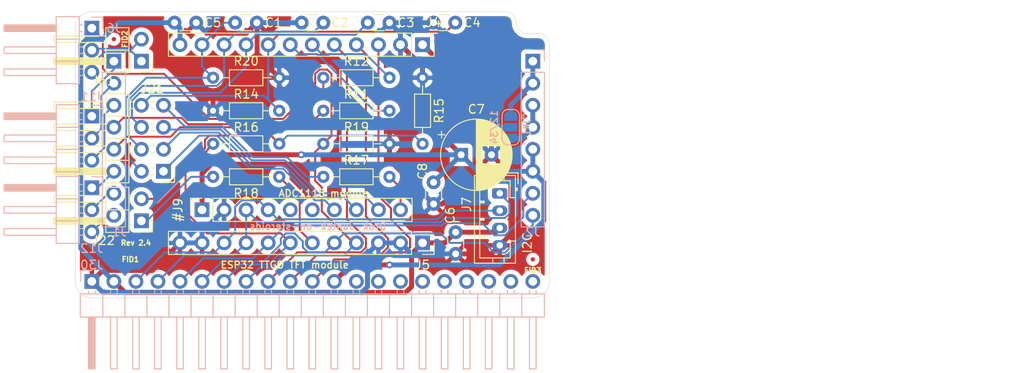
<source format=kicad_pcb>
(kicad_pcb (version 20171130) (host pcbnew "(5.1.6-0-10_14)")
  (title_block (title Drok/Juntek-on-steroids) (date 2021-08-21) (rev 2.4))
  (layers (0 F.Cu signal) (31 B.Cu signal) (34 B.Paste user) (35 F.Paste user) (36 B.SilkS user) (37 F.SilkS user) (38 B.Mask user) (39 F.Mask user) (44 Edge.Cuts user))
  (net 0 "")
  (net 1 VCC)
  (net 2 /GPIO15)
  (net 3 GNDD)
  (net 4 /GND)
  (net 5 GNDA)
  (net 6 /GPIO27)
  (net 7 /SDA)
  (net 8 /SCL)
  (net 9 /GPIO13)
  (net 10 /ADC0)
  (net 11 /ADC1)
  (net 12 /ADC2)
  (net 13 /ADC3)
  (net 14 /GPIO32)
  (net 15 /GPIO33)
  (net 16 /GPIO25)
  (net 17 /GPIO26)
  (net 18 /GPIO17)
  (net 19 /A3)
  (net 20 /A2)
  (net 21 /A1)
  (net 22 /A0)
  (net 23 /ALRT)
  (net 24 /ADDR)
  (net 25 /J1.8)
  (net 26 /J1.3)
  (net 27 /J1.2)
  (net 28 /J1.6)
  (net 29 /+3V3)
  (net 30 /GPIO2)
  (net 31 /GPIO12)
  (net 32 /J1.1)
  (net 33 /J1.5)
  (net 34 /J1.4)
  (net 35 /J6.2)
  (net 36 /J1.7)
  (net 37 /J6.3)
  (net 38 /FanPWM)
  (net 39 /NotEnable)
  (net 40 "Net-(J30-Pad21)")
  (net 41 "Net-(J30-Pad20)")
  (net 42 "Net-(J30-Pad19)")
  (net 43 "Net-(J30-Pad18)")
  (net 44 "Net-(J30-Pad17)")
  (net 45 "Net-(J30-Pad16)")
  (net 46 "Net-(J30-Pad15)")
  (net 47 "Net-(J30-Pad14)")
  (net 48 "Net-(J30-Pad13)")
  (net 49 "Net-(J21-Pad7)")
  (module Jumper:SolderJumper-3_P1.3mm_Open_RoundedPad1.0x1.5mm (layer B.Cu) (at 149.225 73.025 270)
    (fp_text reference JP1 (at 0 -1.905 90) (layer B.SilkS) (effects (font (size 0.7 0.7)) (justify mirror)))
    (fp_text value GND/D)
    (pad 2 smd rect (at 0 0 270) (size 1 1.5) (layers B.Cu B.Mask) (net 4 /GND))
    (pad 3 smd custom (at 1.3 0 270) (size 1 0.5) (layers B.Cu B.Mask) (net 3 GNDD) (options (clearance outline) (anchor rect)) (primitives (gr_circle (center 0 -0.25) (end 0.5 -0.25) (width 0)) (gr_circle (center 0 0.25) (end 0.5 0.25) (width 0)) (gr_poly (pts (xy -0.55 0.75) (xy 0 0.75) (xy 0 -0.75) (xy -0.55 -0.75)) (width 0))))
    (pad 1 smd custom (at -1.3 0 270) (size 1 0.5) (layers B.Cu B.Mask) (net 5 GNDA) (options (clearance outline) (anchor rect)) (primitives (gr_circle (center 0 -0.25) (end 0.5 -0.25) (width 0)) (gr_circle (center 0 0.25) (end 0.5 0.25) (width 0)) (gr_poly (pts (xy 0.55 0.75) (xy 0 0.75) (xy 0 -0.75) (xy 0.55 -0.75)) (width 0))))
  )
  (module Connector_PinHeader_2.54mm:PinHeader_2x04_P2.54mm_Horizontal (layer F.Cu) (at 109.22 78.105 180)
    (fp_text reference J21 (at 1.27 9.525) (layer F.SilkS))
    (fp_text value patch)
    (pad 8 thru_hole oval (at 2.54 7.62 180) (size 1.7 1.7) (drill 1) (layers *.Cu *.Mask) (net 13 /ADC3))
    (pad 7 thru_hole oval (at 0 7.62 180) (size 1.7 1.7) (drill 1) (layers *.Cu *.Mask) (net 49 "Net-(J21-Pad7)"))
    (pad 6 thru_hole oval (at 2.54 5.08 180) (size 1.7 1.7) (drill 1) (layers *.Cu *.Mask) (net 12 /ADC2))
    (pad 5 thru_hole oval (at 0 5.08 180) (size 1.7 1.7) (drill 1) (layers *.Cu *.Mask) (net 20 /A2))
    (pad 4 thru_hole oval (at 2.54 2.54 180) (size 1.7 1.7) (drill 1) (layers *.Cu *.Mask) (net 11 /ADC1))
    (pad 3 thru_hole oval (at 0 2.54 180) (size 1.7 1.7) (drill 1) (layers *.Cu *.Mask) (net 21 /A1))
    (pad 2 thru_hole oval (at 2.54 0 180) (size 1.7 1.7) (drill 1) (layers *.Cu *.Mask) (net 10 /ADC0))
    (pad 1 thru_hole rect (at 0 0 180) (size 1.7 1.7) (drill 1) (layers *.Cu *.Mask) (net 22 /A0))
  )
  (module Connector_PinHeader_2.54mm:PinHeader_1x02_P2.54mm_Horizontal (layer F.Cu) (at 106.68 65.405 180)
    (fp_text reference J61 (at 4.385 -2.27) (layer F.SilkS))
    (fp_text value patch)
    (pad 2 thru_hole oval (at 0 2.54 180) (size 1.7 1.7) (drill 1) (layers *.Cu *.Mask) (net 35 /J6.2))
    (pad 1 thru_hole rect (at 0 0 180) (size 1.7 1.7) (drill 1) (layers *.Cu *.Mask) (net 37 /J6.3))
  )
  (module Connector_PinHeader_2.54mm:PinHeader_1x02_P2.54mm_Horizontal (layer F.Cu) (at 106.68 83.82 180)
    (fp_text reference J22 (at 4.385 -2.27) (layer F.SilkS))
    (fp_text value patch)
    (pad 2 thru_hole oval (at 0 2.54 180) (size 1.7 1.7) (drill 1) (layers *.Cu *.Mask) (net 39 /NotEnable))
    (pad 1 thru_hole rect (at 0 0 180) (size 1.7 1.7) (drill 1) (layers *.Cu *.Mask) (net 38 /FanPWM))
  )
  (module Connector_PinHeader_2.54mm:PinHeader_1x03_P2.54mm_Horizontal (layer B.Cu) (at 100.965 80.01 180)
    (fp_text reference J12 (at 0 -6.985) (layer B.SilkS) (effects (justify mirror)))
    (fp_text value patch)
    (pad 3 thru_hole oval (at 0 -5.08 180) (size 1.7 1.7) (drill 1) (layers *.Cu *.Mask) (net 25 /J1.8))
    (pad 2 thru_hole oval (at 0 -2.54 180) (size 1.7 1.7) (drill 1) (layers *.Cu *.Mask) (net 36 /J1.7))
    (pad 1 thru_hole rect (at 0 0 180) (size 1.7 1.7) (drill 1) (layers *.Cu *.Mask) (net 28 /J1.6))
  )
  (module Connector_PinHeader_2.54mm:PinHeader_1x03_P2.54mm_Horizontal (layer B.Cu) (at 100.965 71.755 180)
    (fp_text reference J11 (at 0 2.27) (layer B.SilkS) (effects (justify mirror)))
    (fp_text value patch)
    (pad 3 thru_hole oval (at 0 -5.08 180) (size 1.7 1.7) (drill 1) (layers *.Cu *.Mask) (net 26 /J1.3))
    (pad 2 thru_hole oval (at 0 -2.54 180) (size 1.7 1.7) (drill 1) (layers *.Cu *.Mask) (net 27 /J1.2))
    (pad 1 thru_hole rect (at 0 0 180) (size 1.7 1.7) (drill 1) (layers *.Cu *.Mask) (net 32 /J1.1))
  )
  (module Capacitor_THT:C_Disc_D3.0mm_W1.6mm_P2.50mm (layer F.Cu) (at 142.875 87.63 90)
    (fp_text reference C6 (at 4.445 -0.635 90) (layer F.SilkS))
    (fp_text value 0.1µ)
    (pad 2 thru_hole circle (at 2.5 0 90) (size 1.6 1.6) (drill 0.8) (layers *.Cu *.Mask) (net 29 /+3V3))
    (pad 1 thru_hole circle (at 0 0 90) (size 1.6 1.6) (drill 0.8) (layers *.Cu *.Mask) (net 4 /GND))
  )
  (module Capacitor_THT:C_Disc_D3.0mm_W1.6mm_P2.50mm (layer F.Cu) (at 112.99 60.96 180)
    (fp_text reference C5 (at -1.905 0) (layer F.SilkS))
    (fp_text value 0.1µ)
    (pad 2 thru_hole circle (at 2.5 0 180) (size 1.6 1.6) (drill 0.8) (layers *.Cu *.Mask) (net 29 /+3V3))
    (pad 1 thru_hole circle (at 0 0 180) (size 1.6 1.6) (drill 0.8) (layers *.Cu *.Mask) (net 4 /GND))
  )
  (module Connector_PinHeader_2.54mm:PinHeader_1x21_P2.54mm_Horizontal (layer B.Cu) (at 100.965 90.805 270)
    (fp_text reference J30 (at -1.905 0 180) (layer B.SilkS) (effects (justify mirror)))
    (fp_text value Expansion1)
    (pad 21 thru_hole oval (at 0 -50.8 270) (size 1.7 1.7) (drill 1) (layers *.Cu *.Mask) (net 40 "Net-(J30-Pad21)"))
    (pad 20 thru_hole oval (at 0 -48.26 270) (size 1.7 1.7) (drill 1) (layers *.Cu *.Mask) (net 41 "Net-(J30-Pad20)"))
    (pad 19 thru_hole oval (at 0 -45.72 270) (size 1.7 1.7) (drill 1) (layers *.Cu *.Mask) (net 42 "Net-(J30-Pad19)"))
    (pad 18 thru_hole oval (at 0 -43.18 270) (size 1.7 1.7) (drill 1) (layers *.Cu *.Mask) (net 43 "Net-(J30-Pad18)"))
    (pad 17 thru_hole oval (at 0 -40.64 270) (size 1.7 1.7) (drill 1) (layers *.Cu *.Mask) (net 44 "Net-(J30-Pad17)"))
    (pad 16 thru_hole oval (at 0 -38.1 270) (size 1.7 1.7) (drill 1) (layers *.Cu *.Mask) (net 45 "Net-(J30-Pad16)"))
    (pad 15 thru_hole oval (at 0 -35.56 270) (size 1.7 1.7) (drill 1) (layers *.Cu *.Mask) (net 46 "Net-(J30-Pad15)"))
    (pad 14 thru_hole oval (at 0 -33.02 270) (size 1.7 1.7) (drill 1) (layers *.Cu *.Mask) (net 47 "Net-(J30-Pad14)"))
    (pad 13 thru_hole oval (at 0 -30.48 270) (size 1.7 1.7) (drill 1) (layers *.Cu *.Mask) (net 48 "Net-(J30-Pad13)"))
    (pad 12 thru_hole oval (at 0 -27.94 270) (size 1.7 1.7) (drill 1) (layers *.Cu *.Mask) (net 1 VCC))
    (pad 11 thru_hole oval (at 0 -25.4 270) (size 1.7 1.7) (drill 1) (layers *.Cu *.Mask) (net 6 /GPIO27))
    (pad 10 thru_hole oval (at 0 -22.86 270) (size 1.7 1.7) (drill 1) (layers *.Cu *.Mask) (net 17 /GPIO26))
    (pad 9 thru_hole oval (at 0 -20.32 270) (size 1.7 1.7) (drill 1) (layers *.Cu *.Mask) (net 16 /GPIO25))
    (pad 8 thru_hole oval (at 0 -17.78 270) (size 1.7 1.7) (drill 1) (layers *.Cu *.Mask) (net 31 /GPIO12))
    (pad 7 thru_hole oval (at 0 -15.24 270) (size 1.7 1.7) (drill 1) (layers *.Cu *.Mask) (net 30 /GPIO2))
    (pad 6 thru_hole oval (at 0 -12.7 270) (size 1.7 1.7) (drill 1) (layers *.Cu *.Mask) (net 9 /GPIO13))
    (pad 5 thru_hole oval (at 0 -10.16 270) (size 1.7 1.7) (drill 1) (layers *.Cu *.Mask) (net 18 /GPIO17))
    (pad 4 thru_hole oval (at 0 -7.62 270) (size 1.7 1.7) (drill 1) (layers *.Cu *.Mask) (net 8 /SCL))
    (pad 3 thru_hole oval (at 0 -5.08 270) (size 1.7 1.7) (drill 1) (layers *.Cu *.Mask) (net 7 /SDA))
    (pad 2 thru_hole oval (at 0 -2.54 270) (size 1.7 1.7) (drill 1) (layers *.Cu *.Mask) (net 29 /+3V3))
    (pad 1 thru_hole rect (at 0 0 270) (size 1.7 1.7) (drill 1) (layers *.Cu *.Mask) (net 4 /GND))
  )
  (module Resistor_THT:R_Axial_DIN0204_L3.6mm_D1.6mm_P7.62mm_Horizontal (layer F.Cu) (at 114.935 67.31)
    (fp_text reference R20 (at 3.81 -1.92) (layer F.SilkS))
    (fp_text value 100k/none)
    (pad 2 thru_hole oval (at 7.62 0) (size 1.4 1.4) (drill 0.7) (layers *.Cu *.Mask) (net 4 /GND))
    (pad 1 thru_hole circle (at 0 0) (size 1.4 1.4) (drill 0.7) (layers *.Cu *.Mask) (net 10 /ADC0))
  )
  (module Resistor_THT:R_Axial_DIN0204_L3.6mm_D1.6mm_P7.62mm_Horizontal (layer F.Cu) (at 127.635 74.93)
    (fp_text reference R19 (at 3.81 -1.92) (layer F.SilkS))
    (fp_text value 10k/none)
    (pad 2 thru_hole oval (at 7.62 0) (size 1.4 1.4) (drill 0.7) (layers *.Cu *.Mask) (net 4 /GND))
    (pad 1 thru_hole circle (at 0 0) (size 1.4 1.4) (drill 0.7) (layers *.Cu *.Mask) (net 31 /GPIO12))
  )
  (module Resistor_THT:R_Axial_DIN0204_L3.6mm_D1.6mm_P7.62mm_Horizontal (layer F.Cu) (at 114.935 78.74)
    (fp_text reference R18 (at 3.81 1.905) (layer F.SilkS))
    (fp_text value 1k/zero)
    (pad 2 thru_hole oval (at 7.62 0) (size 1.4 1.4) (drill 0.7) (layers *.Cu *.Mask) (net 2 /GPIO15))
    (pad 1 thru_hole circle (at 0 0) (size 1.4 1.4) (drill 0.7) (layers *.Cu *.Mask) (net 38 /FanPWM))
  )
  (module Resistor_THT:R_Axial_DIN0204_L3.6mm_D1.6mm_P7.62mm_Horizontal (layer F.Cu) (at 127.635 78.74)
    (fp_text reference R17 (at 3.81 -1.92) (layer F.SilkS))
    (fp_text value 1k/zero)
    (pad 2 thru_hole oval (at 7.62 0) (size 1.4 1.4) (drill 0.7) (layers *.Cu *.Mask) (net 19 /A3))
    (pad 1 thru_hole circle (at 0 0) (size 1.4 1.4) (drill 0.7) (layers *.Cu *.Mask) (net 49 "Net-(J21-Pad7)"))
  )
  (module Resistor_THT:R_Axial_DIN0204_L3.6mm_D1.6mm_P7.62mm_Horizontal (layer F.Cu) (at 122.555 74.93 180)
    (fp_text reference R16 (at 3.81 1.905) (layer F.SilkS))
    (fp_text value 1k/zero)
    (pad 2 thru_hole oval (at 7.62 0 180) (size 1.4 1.4) (drill 0.7) (layers *.Cu *.Mask) (net 30 /GPIO2))
    (pad 1 thru_hole circle (at 0 0 180) (size 1.4 1.4) (drill 0.7) (layers *.Cu *.Mask) (net 39 /NotEnable))
  )
  (module Resistor_THT:R_Axial_DIN0204_L3.6mm_D1.6mm_P7.62mm_Horizontal (layer F.Cu) (at 139.065 74.93 90)
    (fp_text reference R15 (at 3.81 1.905 90) (layer F.SilkS))
    (fp_text value 2k2/none)
    (pad 2 thru_hole oval (at 7.62 0 90) (size 1.4 1.4) (drill 0.7) (layers *.Cu *.Mask) (net 4 /GND))
    (pad 1 thru_hole circle (at 0 0 90) (size 1.4 1.4) (drill 0.7) (layers *.Cu *.Mask) (net 39 /NotEnable))
  )
  (module Resistor_THT:R_Axial_DIN0204_L3.6mm_D1.6mm_P7.62mm_Horizontal (layer F.Cu) (at 135.255 67.31 180)
    (fp_text reference R12 (at 3.81 1.905) (layer F.SilkS))
    (fp_text value 68k/zero)
    (pad 2 thru_hole oval (at 7.62 0 180) (size 1.4 1.4) (drill 0.7) (layers *.Cu *.Mask) (net 34 /J1.4))
    (pad 1 thru_hole circle (at 0 0 180) (size 1.4 1.4) (drill 0.7) (layers *.Cu *.Mask) (net 15 /GPIO33))
  )
  (module Resistor_THT:R_Axial_DIN0204_L3.6mm_D1.6mm_P7.62mm_Horizontal (layer F.Cu) (at 135.255 71.12 180)
    (fp_text reference R11 (at 3.81 1.905) (layer F.SilkS))
    (fp_text value 68k/zero)
    (pad 2 thru_hole oval (at 7.62 0 180) (size 1.4 1.4) (drill 0.7) (layers *.Cu *.Mask) (net 33 /J1.5))
    (pad 1 thru_hole circle (at 0 0 180) (size 1.4 1.4) (drill 0.7) (layers *.Cu *.Mask) (net 14 /GPIO32))
  )
  (module Capacitor_THT:C_Disc_D3.0mm_W1.6mm_P2.50mm (layer F.Cu) (at 132.755 60.96)
    (fp_text reference C3 (at 4.405 0) (layer F.SilkS))
    (fp_text value 0.1µ)
    (pad 2 thru_hole circle (at 2.5 0) (size 1.6 1.6) (drill 0.8) (layers *.Cu *.Mask) (net 4 /GND))
    (pad 1 thru_hole circle (at 0 0) (size 1.6 1.6) (drill 0.8) (layers *.Cu *.Mask) (net 12 /ADC2))
  )
  (module Capacitor_THT:C_Disc_D3.0mm_W1.6mm_P2.50mm (layer F.Cu) (at 127.635 60.96 180)
    (fp_text reference C2 (at -1.905 0) (layer F.SilkS))
    (fp_text value 0.1µ)
    (pad 2 thru_hole circle (at 2.5 0 180) (size 1.6 1.6) (drill 0.8) (layers *.Cu *.Mask) (net 4 /GND))
    (pad 1 thru_hole circle (at 0 0 180) (size 1.6 1.6) (drill 0.8) (layers *.Cu *.Mask) (net 11 /ADC1))
  )
  (module Capacitor_THT:C_Disc_D3.0mm_W1.6mm_P2.50mm (layer F.Cu) (at 117.475 60.96)
    (fp_text reference C1 (at 4.445 0) (layer F.SilkS))
    (fp_text value 0.1µ)
    (pad 2 thru_hole circle (at 2.5 0) (size 1.6 1.6) (drill 0.8) (layers *.Cu *.Mask) (net 4 /GND))
    (pad 1 thru_hole circle (at 0 0) (size 1.6 1.6) (drill 0.8) (layers *.Cu *.Mask) (net 10 /ADC0))
  )
  (module Connector_PinSocket_2.54mm:PinSocket_1x10_P2.54mm_Vertical (layer F.Cu) (at 113.665 82.55 90)
    (fp_text reference "#J9" (at 0 -2.77 90) (layer F.SilkS))
    (fp_text value ADS1115)
    (pad 10 thru_hole oval (at 0 22.86 90) (size 1.7 1.7) (drill 1) (layers *.Cu *.Mask) (net 19 /A3))
    (pad 9 thru_hole oval (at 0 20.32 90) (size 1.7 1.7) (drill 1) (layers *.Cu *.Mask) (net 20 /A2))
    (pad 8 thru_hole oval (at 0 17.78 90) (size 1.7 1.7) (drill 1) (layers *.Cu *.Mask) (net 21 /A1))
    (pad 7 thru_hole oval (at 0 15.24 90) (size 1.7 1.7) (drill 1) (layers *.Cu *.Mask) (net 22 /A0))
    (pad 6 thru_hole oval (at 0 12.7 90) (size 1.7 1.7) (drill 1) (layers *.Cu *.Mask) (net 23 /ALRT))
    (pad 5 thru_hole oval (at 0 10.16 90) (size 1.7 1.7) (drill 1) (layers *.Cu *.Mask) (net 24 /ADDR))
    (pad 4 thru_hole oval (at 0 7.62 90) (size 1.7 1.7) (drill 1) (layers *.Cu *.Mask) (net 7 /SDA))
    (pad 3 thru_hole oval (at 0 5.08 90) (size 1.7 1.7) (drill 1) (layers *.Cu *.Mask) (net 8 /SCL))
    (pad 2 thru_hole oval (at 0 2.54 90) (size 1.7 1.7) (drill 1) (layers *.Cu *.Mask) (net 4 /GND))
    (pad 1 thru_hole rect (at 0 0 90) (size 1.7 1.7) (drill 1) (layers *.Cu *.Mask) (net 1 VCC))
  )
  (module Resistor_THT:R_Axial_DIN0204_L3.6mm_D1.6mm_P7.62mm_Horizontal (layer F.Cu) (at 114.935 71.12)
    (fp_text reference R14 (at 3.81 -1.92) (layer F.SilkS))
    (fp_text value 1k/none)
    (pad 2 thru_hole oval (at 7.62 0) (size 1.4 1.4) (drill 0.7) (layers *.Cu *.Mask) (net 13 /ADC3))
    (pad 1 thru_hole circle (at 0 0) (size 1.4 1.4) (drill 0.7) (layers *.Cu *.Mask) (net 4 /GND))
  )
  (module Connector_PinHeader_2.54mm:PinHeader_1x03_P2.54mm_Horizontal (layer B.Cu) (at 100.965 61.595 180)
    (fp_text reference J6 (at -2.54 0 180) (layer B.SilkS) (effects (justify mirror)))
    (fp_text value feedback)
    (pad 3 thru_hole oval (at 0 -5.08 180) (size 1.7 1.7) (drill 1) (layers *.Cu *.Mask) (net 37 /J6.3))
    (pad 2 thru_hole oval (at 0 -2.54 180) (size 1.7 1.7) (drill 1) (layers *.Cu *.Mask) (net 35 /J6.2))
    (pad 1 thru_hole rect (at 0 0 180) (size 1.7 1.7) (drill 1) (layers *.Cu *.Mask) (net 31 /GPIO12))
  )
  (module Capacitor_THT:C_Disc_D3.0mm_W1.6mm_P2.50mm (layer F.Cu) (at 140.335 79.375 270)
    (fp_text reference C8 (at -1.27 1.27 90) (layer F.SilkS))
    (fp_text value 0.1µ)
    (pad 2 thru_hole circle (at 2.5 0 270) (size 1.6 1.6) (drill 0.8) (layers *.Cu *.Mask) (net 4 /GND))
    (pad 1 thru_hole circle (at 0 0 270) (size 1.6 1.6) (drill 0.8) (layers *.Cu *.Mask) (net 1 VCC))
  )
  (module Connector_JST:JST_PH_B4B-PH-K_1x04_P2.00mm_Vertical (layer F.Cu) (at 147.955 80.645 270)
    (fp_text reference J7 (at 1.27 3.81 90) (layer F.SilkS))
    (fp_text value I2C)
    (pad 4 thru_hole oval (at 6 0 270) (size 1.2 1.75) (drill 0.75) (layers *.Cu *.Mask) (net 4 /GND))
    (pad 3 thru_hole oval (at 4 0 270) (size 1.2 1.75) (drill 0.75) (layers *.Cu *.Mask) (net 29 /+3V3))
    (pad 2 thru_hole oval (at 2 0 270) (size 1.2 1.75) (drill 0.75) (layers *.Cu *.Mask) (net 7 /SDA))
    (pad 1 thru_hole roundrect (at 0 0 270) (size 1.2 1.75) (drill 0.75) (layers *.Cu *.Mask) (roundrect_rratio 0.208333) (net 8 /SCL))
  )
  (module Capacitor_THT:C_Disc_D3.0mm_W1.6mm_P2.50mm (layer F.Cu) (at 142.835 60.96 180)
    (fp_text reference C4 (at -1.945 0) (layer F.SilkS))
    (fp_text value 0.1µ)
    (pad 2 thru_hole circle (at 2.5 0 180) (size 1.6 1.6) (drill 0.8) (layers *.Cu *.Mask) (net 4 /GND))
    (pad 1 thru_hole circle (at 0 0 180) (size 1.6 1.6) (drill 0.8) (layers *.Cu *.Mask) (net 13 /ADC3))
  )
  (module Capacitor_THT:CP_Radial_D8.0mm_P3.50mm (layer F.Cu) (at 143.51 76.2)
    (fp_text reference C7 (at 1.75 -5.25) (layer F.SilkS))
    (fp_text value 470µ)
    (pad 2 thru_hole circle (at 3.5 0) (size 1.6 1.6) (drill 0.8) (layers *.Cu *.Mask) (net 4 /GND))
    (pad 1 thru_hole rect (at 0 0) (size 1.6 1.6) (drill 0.8) (layers *.Cu *.Mask) (net 1 VCC))
  )
  (module Fiducial:Fiducial_0.5mm_Mask1mm (layer F.Cu) (at 151.765 88.265)
    (fp_text reference FID3 (at 0 1.27) (layer F.SilkS) (effects (font (size 0.6 0.6))))
    (fp_text value Fiducial)
    (pad "" smd circle (at 0 0) (size 0.5 0.5) (layers F.Cu F.Mask) (clearance 0.25))
  )
  (module Fiducial:Fiducial_0.5mm_Mask1mm (layer F.Cu) (at 103.505 62.865)
    (fp_text reference FID2 (at 1.27 0 270) (layer F.SilkS) (effects (font (size 0.6 0.6))))
    (fp_text value Fiducial)
    (pad "" smd circle (at 0 0) (size 0.5 0.5) (layers F.Cu F.Mask) (clearance 0.25))
  )
  (module Fiducial:Fiducial_0.5mm_Mask1mm (layer F.Cu) (at 103.505 88.265)
    (fp_text reference FID1 (at 1.905 0) (layer F.SilkS) (effects (font (size 0.6 0.6))))
    (fp_text value Fiducial)
    (pad "" smd circle (at 0 0) (size 0.5 0.5) (layers F.Cu F.Mask) (clearance 0.25))
  )
  (module Connector_PinSocket_2.54mm:PinSocket_1x12_P2.54mm_Vertical (layer F.Cu) (at 139.065 86.36 270)
    (fp_text reference J5 (at 2.54 0 180) (layer F.SilkS))
    (fp_text value ESP32-TFT)
    (pad 12 thru_hole oval (at 0 27.94 270) (size 1.7 1.7) (drill 1) (layers *.Cu *.Mask) (net 4 /GND))
    (pad 11 thru_hole oval (at 0 25.4 270) (size 1.7 1.7) (drill 1) (layers *.Cu *.Mask) (net 4 /GND))
    (pad 10 thru_hole oval (at 0 22.86 270) (size 1.7 1.7) (drill 1) (layers *.Cu *.Mask) (net 7 /SDA))
    (pad 9 thru_hole oval (at 0 20.32 270) (size 1.7 1.7) (drill 1) (layers *.Cu *.Mask) (net 8 /SCL))
    (pad 8 thru_hole oval (at 0 17.78 270) (size 1.7 1.7) (drill 1) (layers *.Cu *.Mask) (net 18 /GPIO17))
    (pad 7 thru_hole oval (at 0 15.24 270) (size 1.7 1.7) (drill 1) (layers *.Cu *.Mask) (net 30 /GPIO2))
    (pad 6 thru_hole oval (at 0 12.7 270) (size 1.7 1.7) (drill 1) (layers *.Cu *.Mask) (net 2 /GPIO15))
    (pad 5 thru_hole oval (at 0 10.16 270) (size 1.7 1.7) (drill 1) (layers *.Cu *.Mask) (net 9 /GPIO13))
    (pad 4 thru_hole oval (at 0 7.62 270) (size 1.7 1.7) (drill 1) (layers *.Cu *.Mask) (net 31 /GPIO12))
    (pad 3 thru_hole oval (at 0 5.08 270) (size 1.7 1.7) (drill 1) (layers *.Cu *.Mask) (net 4 /GND))
    (pad 2 thru_hole oval (at 0 2.54 270) (size 1.7 1.7) (drill 1) (layers *.Cu *.Mask) (net 4 /GND))
    (pad 1 thru_hole rect (at 0 0 270) (size 1.7 1.7) (drill 1) (layers *.Cu *.Mask) (net 29 /+3V3))
  )
  (module Connector_PinSocket_2.54mm:PinSocket_1x12_P2.54mm_Vertical (layer F.Cu) (at 139.065 63.5 270)
    (fp_text reference J4 (at -2.54 -1.27 180) (layer F.SilkS))
    (fp_text value ESP32-TFT)
    (pad 12 thru_hole oval (at 0 27.94 270) (size 1.7 1.7) (drill 1) (layers *.Cu *.Mask) (net 29 /+3V3))
    (pad 11 thru_hole oval (at 0 25.4 270) (size 1.7 1.7) (drill 1) (layers *.Cu *.Mask) (net 10 /ADC0))
    (pad 10 thru_hole oval (at 0 22.86 270) (size 1.7 1.7) (drill 1) (layers *.Cu *.Mask) (net 11 /ADC1))
    (pad 9 thru_hole oval (at 0 20.32 270) (size 1.7 1.7) (drill 1) (layers *.Cu *.Mask) (net 12 /ADC2))
    (pad 8 thru_hole oval (at 0 17.78 270) (size 1.7 1.7) (drill 1) (layers *.Cu *.Mask) (net 13 /ADC3))
    (pad 7 thru_hole oval (at 0 15.24 270) (size 1.7 1.7) (drill 1) (layers *.Cu *.Mask) (net 14 /GPIO32))
    (pad 6 thru_hole oval (at 0 12.7 270) (size 1.7 1.7) (drill 1) (layers *.Cu *.Mask) (net 15 /GPIO33))
    (pad 5 thru_hole oval (at 0 10.16 270) (size 1.7 1.7) (drill 1) (layers *.Cu *.Mask) (net 16 /GPIO25))
    (pad 4 thru_hole oval (at 0 7.62 270) (size 1.7 1.7) (drill 1) (layers *.Cu *.Mask) (net 17 /GPIO26))
    (pad 3 thru_hole oval (at 0 5.08 270) (size 1.7 1.7) (drill 1) (layers *.Cu *.Mask) (net 6 /GPIO27))
    (pad 2 thru_hole oval (at 0 2.54 270) (size 1.7 1.7) (drill 1) (layers *.Cu *.Mask) (net 4 /GND))
    (pad 1 thru_hole rect (at 0 0 270) (size 1.7 1.7) (drill 1) (layers *.Cu *.Mask) (net 1 VCC))
  )
  (module Connector_PinHeader_2.54mm:PinHeader_1x08_P2.54mm_Vertical (layer B.Cu) (at 151.765 65.405 180)
    (fp_text reference J2 (at 0 -19.685) (layer B.SilkS) (effects (justify mirror)))
    (fp_text value "To PSU host board")
    (pad 8 thru_hole oval (at 0 -17.78 180) (size 1.7 1.7) (drill 1) (layers *.Cu *.Mask) (net 9 /GPIO13))
    (pad 7 thru_hole oval (at 0 -15.24 180) (size 1.7 1.7) (drill 1) (layers *.Cu *.Mask) (net 18 /GPIO17))
    (pad 6 thru_hole oval (at 0 -12.7 180) (size 1.7 1.7) (drill 1) (layers *.Cu *.Mask) (net 1 VCC))
    (pad 5 thru_hole oval (at 0 -10.16 180) (size 1.7 1.7) (drill 1) (layers *.Cu *.Mask) (net 1 VCC))
    (pad 4 thru_hole oval (at 0 -7.62 180) (size 1.7 1.7) (drill 1) (layers *.Cu *.Mask) (net 3 GNDD))
    (pad 3 thru_hole oval (at 0 -5.08 180) (size 1.7 1.7) (drill 1) (layers *.Cu *.Mask) (net 3 GNDD))
    (pad 2 thru_hole oval (at 0 -2.54 180) (size 1.7 1.7) (drill 1) (layers *.Cu *.Mask) (net 5 GNDA))
    (pad 1 thru_hole rect (at 0 0 180) (size 1.7 1.7) (drill 1) (layers *.Cu *.Mask) (net 5 GNDA))
  )
  (module Connector_PinHeader_2.54mm:PinHeader_1x08_P2.54mm_Vertical (layer B.Cu) (at 103.505 65.405 180)
    (fp_text reference J1 (at -0.635 -19.685) (layer B.SilkS) (effects (justify mirror)))
    (fp_text value "To PSU host board")
    (pad 8 thru_hole oval (at 0 -17.78 180) (size 1.7 1.7) (drill 1) (layers *.Cu *.Mask) (net 25 /J1.8))
    (pad 7 thru_hole oval (at 0 -15.24 180) (size 1.7 1.7) (drill 1) (layers *.Cu *.Mask) (net 36 /J1.7))
    (pad 6 thru_hole oval (at 0 -12.7 180) (size 1.7 1.7) (drill 1) (layers *.Cu *.Mask) (net 28 /J1.6))
    (pad 5 thru_hole oval (at 0 -10.16 180) (size 1.7 1.7) (drill 1) (layers *.Cu *.Mask) (net 33 /J1.5))
    (pad 4 thru_hole oval (at 0 -7.62 180) (size 1.7 1.7) (drill 1) (layers *.Cu *.Mask) (net 34 /J1.4))
    (pad 3 thru_hole oval (at 0 -5.08 180) (size 1.7 1.7) (drill 1) (layers *.Cu *.Mask) (net 26 /J1.3))
    (pad 2 thru_hole oval (at 0 -2.54 180) (size 1.7 1.7) (drill 1) (layers *.Cu *.Mask) (net 27 /J1.2))
    (pad 1 thru_hole rect (at 0 0 180) (size 1.7 1.7) (drill 1) (layers *.Cu *.Mask) (net 32 /J1.1))
  )
  (gr_text I2C (at 151.13 86.36 90) (layer F.SilkS) (effects (font (size 1 1))))
  (gr_text 12/34 (at 147.32 73.025 90) (layer B.SilkS) (effects (font (size 0.8 0.8)) (justify mirror)))
  (gr_line (start 151.13 62.23) (end 152.4 62.23) (layer Edge.Cuts) (width 0.05))
  (gr_text "ADC1115 module" (at 127.635 80.645) (layer F.SilkS) (effects (font (size 0.8 0.8))))
  (gr_arc (start 151.13 60.96) (end 149.86 60.96) (angle -90) (layer Edge.Cuts) (width 0.05))
  (gr_arc (start 152.4 63.5) (end 153.67 63.5) (angle -90) (layer Edge.Cuts) (width 0.05))
  (gr_arc (start 148.59 60.96) (end 149.86 60.96) (angle -90) (layer Edge.Cuts) (width 0.05))
  (gr_text "ESP32 TTGO TFT module" (at 123.19 88.9) (layer F.SilkS) (effects (font (size 0.8 0.8))))
  (gr_text Drok-Juntek-on-steroids (at 127 84.455) (layer B.SilkS) (effects (font (size 0.8 0.8)) (justify mirror)))
  (gr_text "Rev 2.4" (at 106.045 86.36) (layer F.SilkS) (effects (font (size 0.6 0.6))))
  (gr_arc (start 100.965 61.595) (end 100.965 59.69) (angle -90) (layer Edge.Cuts) (width 0.05))
  (gr_arc (start 100.965 90.805) (end 99.06 90.805) (angle -90) (layer Edge.Cuts) (width 0.05))
  (gr_arc (start 151.765 90.805) (end 151.765 92.71) (angle -90) (layer Edge.Cuts) (width 0.05))
  (gr_line (start 153.67 90.805) (end 153.67 63.5) (layer Edge.Cuts) (width 0.05))
  (gr_line (start 100.965 92.71) (end 151.765 92.71) (layer Edge.Cuts) (width 0.05))
  (gr_line (start 99.06 61.595) (end 99.06 90.805) (layer Edge.Cuts) (width 0.05))
  (gr_line (start 148.59 59.69) (end 100.965 59.69) (layer Edge.Cuts) (width 0.05))
  (segment (start 151.765 75.565) (end 151.765 78.105) (width 0.57) (layer B.Cu) (net 1))
  (segment (start 145.415 78.105) (end 151.765 78.105) (width 0.57) (layer B.Cu) (net 1))
  (segment (start 143.51 76.2) (end 145.415 78.105) (width 0.57) (layer B.Cu) (net 1))
  (segment (start 143.51 76.2) (end 140.335 79.375) (width 0.57) (layer B.Cu) (net 1))
  (segment (start 143.51 76.2) (end 125.095 76.2) (width 0.57) (layer B.Cu) (net 1))
  (segment (start 125.095 76.2) (end 125.095 76.2) (width 0.57) (layer B.Cu) (net 1))
  (via (at 125.095 76.2) (size 0.8) (drill 0.4) (layers F.Cu B.Cu) (net 1))
  (segment (start 113.665 78.359798) (end 113.665 82.55) (width 0.57) (layer F.Cu) (net 1))
  (segment (start 115.824798 76.2) (end 113.665 78.359798) (width 0.57) (layer F.Cu) (net 1))
  (segment (start 125.095 76.2) (end 115.824798 76.2) (width 0.57) (layer F.Cu) (net 1))
  (segment (start 153.030001 83.792201) (end 147.922202 88.9) (width 0.57) (layer B.Cu) (net 1))
  (segment (start 153.030001 79.370001) (end 153.030001 83.792201) (width 0.57) (layer B.Cu) (net 1))
  (segment (start 151.765 78.105) (end 153.030001 79.370001) (width 0.57) (layer B.Cu) (net 1))
  (segment (start 147.922202 88.9) (end 135.255 88.9) (width 0.57) (layer B.Cu) (net 1))
  (segment (start 135.255 88.9) (end 135.255 88.9) (width 0.57) (layer B.Cu) (net 1))
  (via (at 135.255 88.9) (size 0.8) (drill 0.4) (layers F.Cu B.Cu) (net 1))
  (segment (start 130.81 88.9) (end 128.905 90.805) (width 0.57) (layer F.Cu) (net 1))
  (segment (start 135.255 88.9) (end 130.81 88.9) (width 0.57) (layer F.Cu) (net 1))
  (segment (start 139.065 63.5) (end 140.97 65.405) (width 0.57) (layer F.Cu) (net 1))
  (segment (start 140.97 73.66) (end 143.51 76.2) (width 0.57) (layer F.Cu) (net 1))
  (segment (start 140.97 65.405) (end 140.97 73.66) (width 0.57) (layer F.Cu) (net 1))
  (segment (start 124.915001 84.910001) (end 126.365 86.36) (width 0.22) (layer F.Cu) (net 2))
  (segment (start 124.915001 81.100001) (end 124.915001 84.910001) (width 0.22) (layer F.Cu) (net 2))
  (segment (start 122.555 78.74) (end 124.915001 81.100001) (width 0.22) (layer F.Cu) (net 2))
  (segment (start 150.465 74.325) (end 151.765 73.025) (width 0.57) (layer B.Cu) (net 3))
  (segment (start 149.225 74.325) (end 150.465 74.325) (width 0.57) (layer B.Cu) (net 3))
  (segment (start 151.765 73.025) (end 151.765 70.485) (width 0.57) (layer B.Cu) (net 3))
  (segment (start 147.01 73.92) (end 147.01 76.2) (width 0.57) (layer B.Cu) (net 4))
  (segment (start 147.905 73.025) (end 147.01 73.92) (width 0.57) (layer B.Cu) (net 4))
  (segment (start 149.225 73.025) (end 147.905 73.025) (width 0.57) (layer B.Cu) (net 4))
  (segment (start 136.525 62.23) (end 135.255 60.96) (width 0.57) (layer B.Cu) (net 4))
  (segment (start 136.525 63.5) (end 136.525 62.23) (width 0.57) (layer B.Cu) (net 4))
  (segment (start 135.255 60.96) (end 140.335 60.96) (width 0.57) (layer B.Cu) (net 4))
  (segment (start 125.135 60.96) (end 119.975 60.96) (width 0.57) (layer B.Cu) (net 4))
  (segment (start 120.010001 64.765001) (end 122.555 67.31) (width 0.57) (layer F.Cu) (net 4))
  (segment (start 120.010001 60.995001) (end 120.010001 64.765001) (width 0.57) (layer F.Cu) (net 4))
  (segment (start 119.975 60.96) (end 120.010001 60.995001) (width 0.57) (layer F.Cu) (net 4))
  (segment (start 111.125 86.36) (end 113.665 86.36) (width 0.57) (layer B.Cu) (net 4))
  (segment (start 113.665 85.09) (end 116.205 82.55) (width 0.57) (layer B.Cu) (net 4))
  (segment (start 113.665 86.36) (end 113.665 85.09) (width 0.57) (layer B.Cu) (net 4))
  (segment (start 133.985 86.36) (end 136.525 86.36) (width 0.57) (layer B.Cu) (net 4))
  (segment (start 137.795 87.63) (end 142.875 87.63) (width 0.57) (layer B.Cu) (net 4))
  (segment (start 136.525 86.36) (end 137.795 87.63) (width 0.57) (layer B.Cu) (net 4))
  (segment (start 146.97 87.63) (end 147.955 86.645) (width 0.57) (layer F.Cu) (net 4))
  (segment (start 142.875 87.63) (end 146.97 87.63) (width 0.57) (layer F.Cu) (net 4))
  (segment (start 149.24501 78.43501) (end 147.01 76.2) (width 0.57) (layer F.Cu) (net 4))
  (segment (start 149.24501 85.35499) (end 149.24501 78.43501) (width 0.57) (layer F.Cu) (net 4))
  (segment (start 147.955 86.645) (end 149.24501 85.35499) (width 0.57) (layer F.Cu) (net 4))
  (segment (start 114.935 69.840002) (end 120.010001 64.765001) (width 0.57) (layer F.Cu) (net 4))
  (segment (start 132.719999 87.625001) (end 133.985 86.36) (width 0.57) (layer B.Cu) (net 4))
  (segment (start 132.062199 92.070001) (end 132.719999 91.412201) (width 0.57) (layer B.Cu) (net 4))
  (segment (start 102.230001 92.070001) (end 132.062199 92.070001) (width 0.57) (layer B.Cu) (net 4))
  (segment (start 132.719999 91.412201) (end 132.719999 87.625001) (width 0.57) (layer B.Cu) (net 4))
  (segment (start 100.965 90.805) (end 102.230001 92.070001) (width 0.57) (layer B.Cu) (net 4))
  (segment (start 114.205001 62.175001) (end 112.99 60.96) (width 0.57) (layer F.Cu) (net 4))
  (segment (start 119.975 60.96) (end 118.759999 62.175001) (width 0.57) (layer F.Cu) (net 4))
  (segment (start 118.759999 62.175001) (end 114.205001 62.175001) (width 0.57) (layer F.Cu) (net 4))
  (segment (start 114.935 71.12) (end 114.935 69.840002) (width 0.57) (layer F.Cu) (net 4))
  (segment (start 141.335 81.875) (end 140.335 81.875) (width 0.57) (layer F.Cu) (net 4))
  (segment (start 147.01 76.2) (end 141.335 81.875) (width 0.57) (layer F.Cu) (net 4))
  (segment (start 107.945001 89.539999) (end 111.125 86.36) (width 0.57) (layer F.Cu) (net 4))
  (segment (start 102.230001 89.539999) (end 107.945001 89.539999) (width 0.57) (layer F.Cu) (net 4))
  (segment (start 100.965 90.805) (end 102.230001 89.539999) (width 0.57) (layer F.Cu) (net 4))
  (segment (start 135.255 76.795) (end 135.255 74.93) (width 0.57) (layer F.Cu) (net 4))
  (segment (start 140.335 81.875) (end 135.255 76.795) (width 0.57) (layer F.Cu) (net 4))
  (segment (start 139.065 66.04) (end 136.525 63.5) (width 0.57) (layer F.Cu) (net 4))
  (segment (start 139.065 67.31) (end 139.065 66.04) (width 0.57) (layer F.Cu) (net 4))
  (segment (start 126.490052 72.235001) (end 135.790201 72.235001) (width 0.57) (layer B.Cu) (net 4))
  (segment (start 122.555 68.299949) (end 126.490052 72.235001) (width 0.57) (layer B.Cu) (net 4))
  (segment (start 139.065 68.960202) (end 139.065 67.31) (width 0.57) (layer B.Cu) (net 4))
  (segment (start 135.790201 72.235001) (end 139.065 68.960202) (width 0.57) (layer B.Cu) (net 4))
  (segment (start 122.555 67.31) (end 122.555 68.299949) (width 0.57) (layer B.Cu) (net 4))
  (segment (start 144.3075 73.4975) (end 141.4425 73.4975) (width 0.57) (layer B.Cu) (net 4))
  (segment (start 141.4425 73.4975) (end 140.335 72.39) (width 0.57) (layer B.Cu) (net 4))
  (segment (start 144.3075 73.4975) (end 147.01 76.2) (width 0.57) (layer B.Cu) (net 4))
  (segment (start 139.065 71.12) (end 141.4425 73.4975) (width 0.57) (layer B.Cu) (net 4))
  (segment (start 139.065 67.31) (end 139.065 71.12) (width 0.57) (layer B.Cu) (net 4))
  (segment (start 149.225 70.485) (end 151.765 67.945) (width 0.57) (layer B.Cu) (net 5))
  (segment (start 149.225 71.725) (end 149.225 70.485) (width 0.57) (layer B.Cu) (net 5))
  (segment (start 151.765 67.945) (end 151.765 65.405) (width 0.57) (layer B.Cu) (net 5))
  (segment (start 128.905 88.265) (end 126.365 90.805) (width 0.22) (layer F.Cu) (net 6))
  (segment (start 133.35 88.265) (end 128.905 88.265) (width 0.22) (layer F.Cu) (net 6))
  (segment (start 133.985 88.265) (end 133.35 88.265) (width 0.22) (layer F.Cu) (net 6))
  (segment (start 134.18819 88.265) (end 133.35 88.265) (width 0.22) (layer F.Cu) (net 6))
  (segment (start 135.003189 87.450001) (end 134.18819 88.265) (width 0.22) (layer F.Cu) (net 6))
  (segment (start 137.615001 86.883201) (end 137.048201 87.450001) (width 0.22) (layer F.Cu) (net 6))
  (segment (start 137.048201 87.450001) (end 135.003189 87.450001) (width 0.22) (layer F.Cu) (net 6))
  (segment (start 137.615001 85.836799) (end 137.615001 86.883201) (width 0.22) (layer F.Cu) (net 6))
  (segment (start 135.434999 83.656797) (end 137.615001 85.836799) (width 0.22) (layer F.Cu) (net 6))
  (segment (start 135.434999 82.386797) (end 135.434999 83.656797) (width 0.22) (layer F.Cu) (net 6))
  (segment (start 133.985 80.936798) (end 135.434999 82.386797) (width 0.22) (layer F.Cu) (net 6))
  (segment (start 133.985 63.5) (end 133.985 80.936798) (width 0.22) (layer F.Cu) (net 6))
  (segment (start 118.221799 81.459999) (end 117.475 82.206798) (width 0.22) (layer B.Cu) (net 7))
  (segment (start 120.194999 81.459999) (end 118.221799 81.459999) (width 0.22) (layer B.Cu) (net 7))
  (segment (start 121.285 82.55) (end 120.194999 81.459999) (width 0.22) (layer B.Cu) (net 7))
  (segment (start 117.475 85.09) (end 116.205 86.36) (width 0.22) (layer B.Cu) (net 7))
  (segment (start 117.475 82.206798) (end 117.475 85.09) (width 0.22) (layer B.Cu) (net 7))
  (segment (start 109.399999 87.450001) (end 106.045 90.805) (width 0.22) (layer B.Cu) (net 7))
  (segment (start 115.114999 87.450001) (end 109.399999 87.450001) (width 0.22) (layer B.Cu) (net 7))
  (segment (start 116.205 86.36) (end 115.114999 87.450001) (width 0.22) (layer B.Cu) (net 7))
  (segment (start 122.375001 83.640001) (end 121.285 82.55) (width 0.22) (layer B.Cu) (net 7))
  (segment (start 147.955 82.645) (end 141.785002 82.645) (width 0.22) (layer B.Cu) (net 7))
  (segment (start 141.785002 82.645) (end 140.790001 83.640001) (width 0.22) (layer B.Cu) (net 7))
  (segment (start 140.790001 83.640001) (end 122.375001 83.640001) (width 0.22) (layer B.Cu) (net 7))
  (segment (start 118.745 86.36) (end 118.745 82.55) (width 0.22) (layer B.Cu) (net 8))
  (segment (start 108.585 90.805) (end 111.589989 87.800011) (width 0.22) (layer B.Cu) (net 8))
  (segment (start 117.304989 87.800011) (end 118.745 86.36) (width 0.22) (layer B.Cu) (net 8))
  (segment (start 111.589989 87.800011) (end 117.304989 87.800011) (width 0.22) (layer B.Cu) (net 8))
  (segment (start 120.185011 83.990011) (end 118.745 82.55) (width 0.22) (layer B.Cu) (net 8))
  (segment (start 141.140011 83.990011) (end 120.185011 83.990011) (width 0.22) (layer B.Cu) (net 8))
  (segment (start 141.645012 83.48501) (end 141.140011 83.990011) (width 0.22) (layer B.Cu) (net 8))
  (segment (start 148.577943 83.48501) (end 141.645012 83.48501) (width 0.22) (layer B.Cu) (net 8))
  (segment (start 149.07001 82.992943) (end 148.577943 83.48501) (width 0.22) (layer B.Cu) (net 8))
  (segment (start 149.07001 81.76001) (end 149.07001 82.992943) (width 0.22) (layer B.Cu) (net 8))
  (segment (start 147.955 80.645) (end 149.07001 81.76001) (width 0.22) (layer B.Cu) (net 8))
  (segment (start 113.665 90.805) (end 115.969969 88.500031) (width 0.22) (layer B.Cu) (net 9))
  (segment (start 125.274999 86.883201) (end 125.841799 87.450001) (width 0.22) (layer B.Cu) (net 9))
  (segment (start 125.274999 86.196797) (end 125.274999 86.883201) (width 0.22) (layer B.Cu) (net 9))
  (segment (start 123.301799 85.269999) (end 124.348201 85.269999) (width 0.22) (layer B.Cu) (net 9))
  (segment (start 122.734999 85.836799) (end 123.301799 85.269999) (width 0.22) (layer B.Cu) (net 9))
  (segment (start 125.841799 87.450001) (end 127.814999 87.450001) (width 0.22) (layer B.Cu) (net 9))
  (segment (start 122.734999 86.523203) (end 122.734999 85.836799) (width 0.22) (layer B.Cu) (net 9))
  (segment (start 127.814999 87.450001) (end 128.905 86.36) (width 0.22) (layer B.Cu) (net 9))
  (segment (start 120.758171 88.500031) (end 122.734999 86.523203) (width 0.22) (layer B.Cu) (net 9))
  (segment (start 124.348201 85.269999) (end 125.274999 86.196797) (width 0.22) (layer B.Cu) (net 9))
  (segment (start 115.969969 88.500031) (end 120.758171 88.500031) (width 0.22) (layer B.Cu) (net 9))
  (segment (start 147.332057 87.48501) (end 148.577943 87.48501) (width 0.22) (layer B.Cu) (net 9))
  (segment (start 141.149999 85.269999) (end 142.24 86.36) (width 0.22) (layer B.Cu) (net 9))
  (segment (start 151.765 84.297953) (end 151.765 83.185) (width 0.22) (layer B.Cu) (net 9))
  (segment (start 146.207047 86.36) (end 147.332057 87.48501) (width 0.22) (layer B.Cu) (net 9))
  (segment (start 148.577943 87.48501) (end 151.765 84.297953) (width 0.22) (layer B.Cu) (net 9))
  (segment (start 142.24 86.36) (end 146.207047 86.36) (width 0.22) (layer B.Cu) (net 9))
  (segment (start 129.995001 85.269999) (end 141.149999 85.269999) (width 0.22) (layer B.Cu) (net 9))
  (segment (start 128.905 86.36) (end 129.995001 85.269999) (width 0.22) (layer B.Cu) (net 9))
  (segment (start 116.205 60.96) (end 117.475 60.96) (width 0.22) (layer B.Cu) (net 10))
  (segment (start 113.665 63.5) (end 116.205 60.96) (width 0.22) (layer B.Cu) (net 10))
  (segment (start 113.665 66.04) (end 114.935 67.31) (width 0.22) (layer B.Cu) (net 10))
  (segment (start 113.665 63.5) (end 113.665 66.04) (width 0.22) (layer B.Cu) (net 10))
  (segment (start 107.251822 67.31) (end 114.935 67.31) (width 0.22) (layer B.Cu) (net 10))
  (segment (start 104.889979 69.671843) (end 107.251822 67.31) (width 0.22) (layer B.Cu) (net 10))
  (segment (start 104.889979 76.314979) (end 104.889979 69.671843) (width 0.22) (layer B.Cu) (net 10))
  (segment (start 106.68 78.105) (end 104.889979 76.314979) (width 0.22) (layer B.Cu) (net 10))
  (segment (start 126.594999 62.000001) (end 127.635 60.96) (width 0.22) (layer B.Cu) (net 11))
  (segment (start 117.704999 62.000001) (end 126.594999 62.000001) (width 0.22) (layer B.Cu) (net 11))
  (segment (start 116.205 63.5) (end 117.704999 62.000001) (width 0.22) (layer B.Cu) (net 11))
  (segment (start 116.205 67.431202) (end 116.205 63.5) (width 0.22) (layer B.Cu) (net 11))
  (segment (start 106.806809 68.250001) (end 115.386201 68.250001) (width 0.22) (layer B.Cu) (net 11))
  (segment (start 105.239989 69.816821) (end 106.806809 68.250001) (width 0.22) (layer B.Cu) (net 11))
  (segment (start 105.239989 74.124989) (end 105.239989 69.816821) (width 0.22) (layer B.Cu) (net 11))
  (segment (start 115.386201 68.250001) (end 116.205 67.431202) (width 0.22) (layer B.Cu) (net 11))
  (segment (start 106.68 75.565) (end 105.239989 74.124989) (width 0.22) (layer B.Cu) (net 11))
  (segment (start 131.364989 62.350011) (end 132.755 60.96) (width 0.22) (layer B.Cu) (net 12))
  (segment (start 119.894989 62.350011) (end 131.364989 62.350011) (width 0.22) (layer B.Cu) (net 12))
  (segment (start 118.745 63.5) (end 119.894989 62.350011) (width 0.22) (layer B.Cu) (net 12))
  (segment (start 105.589999 69.961799) (end 105.589999 71.934999) (width 0.22) (layer B.Cu) (net 12))
  (segment (start 106.506809 69.044989) (end 105.589999 69.961799) (width 0.22) (layer B.Cu) (net 12))
  (segment (start 105.589999 71.934999) (end 106.68 73.025) (width 0.22) (layer B.Cu) (net 12))
  (segment (start 115.740011 69.044989) (end 106.506809 69.044989) (width 0.22) (layer B.Cu) (net 12))
  (segment (start 118.745 66.04) (end 115.740011 69.044989) (width 0.22) (layer B.Cu) (net 12))
  (segment (start 118.745 63.5) (end 118.745 66.04) (width 0.22) (layer B.Cu) (net 12))
  (segment (start 141.794999 62.000001) (end 142.835 60.96) (width 0.22) (layer F.Cu) (net 13))
  (segment (start 122.784999 62.000001) (end 141.794999 62.000001) (width 0.22) (layer F.Cu) (net 13))
  (segment (start 121.285 63.5) (end 122.784999 62.000001) (width 0.22) (layer F.Cu) (net 13))
  (segment (start 107.770001 69.394999) (end 120.829999 69.394999) (width 0.22) (layer B.Cu) (net 13))
  (segment (start 106.68 70.485) (end 107.770001 69.394999) (width 0.22) (layer B.Cu) (net 13))
  (segment (start 121.285 63.5) (end 121.285 69.85) (width 0.22) (layer B.Cu) (net 13))
  (segment (start 121.285 69.85) (end 121.92 70.485) (width 0.22) (layer B.Cu) (net 13))
  (segment (start 121.92 70.485) (end 122.555 71.12) (width 0.22) (layer B.Cu) (net 13))
  (segment (start 120.829999 69.394999) (end 121.92 70.485) (width 0.22) (layer B.Cu) (net 13))
  (segment (start 133.490012 71.12) (end 135.255 71.12) (width 0.22) (layer B.Cu) (net 14))
  (segment (start 124.915001 64.590001) (end 126.960013 64.590001) (width 0.22) (layer B.Cu) (net 14))
  (segment (start 126.960013 64.590001) (end 133.490012 71.12) (width 0.22) (layer B.Cu) (net 14))
  (segment (start 123.825 63.5) (end 124.915001 64.590001) (width 0.22) (layer B.Cu) (net 14))
  (segment (start 132.535001 64.590001) (end 135.255 67.31) (width 0.22) (layer B.Cu) (net 15))
  (segment (start 127.455001 64.590001) (end 132.535001 64.590001) (width 0.22) (layer B.Cu) (net 15))
  (segment (start 126.365 63.5) (end 127.455001 64.590001) (width 0.22) (layer B.Cu) (net 15))
  (segment (start 132.535001 86.883201) (end 131.968201 87.450001) (width 0.22) (layer F.Cu) (net 16))
  (segment (start 132.535001 85.836799) (end 132.535001 86.883201) (width 0.22) (layer F.Cu) (net 16))
  (segment (start 130.354999 83.656797) (end 132.535001 85.836799) (width 0.22) (layer F.Cu) (net 16))
  (segment (start 130.354999 64.949999) (end 130.354999 83.656797) (width 0.22) (layer F.Cu) (net 16))
  (segment (start 128.905 63.5) (end 130.354999 64.949999) (width 0.22) (layer F.Cu) (net 16))
  (segment (start 124.639999 87.450001) (end 121.285 90.805) (width 0.22) (layer F.Cu) (net 16))
  (segment (start 131.968201 87.450001) (end 124.639999 87.450001) (width 0.22) (layer F.Cu) (net 16))
  (segment (start 132.535001 83.296799) (end 135.075001 85.836799) (width 0.22) (layer F.Cu) (net 17))
  (segment (start 135.075001 86.883201) (end 134.158191 87.800011) (width 0.22) (layer F.Cu) (net 17))
  (segment (start 135.075001 85.836799) (end 135.075001 86.883201) (width 0.22) (layer F.Cu) (net 17))
  (segment (start 132.535001 64.590001) (end 132.535001 83.296799) (width 0.22) (layer F.Cu) (net 17))
  (segment (start 131.445 63.5) (end 132.535001 64.590001) (width 0.22) (layer F.Cu) (net 17))
  (segment (start 126.829989 87.800011) (end 123.825 90.805) (width 0.22) (layer F.Cu) (net 17))
  (segment (start 134.158191 87.800011) (end 126.829989 87.800011) (width 0.22) (layer F.Cu) (net 17))
  (segment (start 119.494979 88.150021) (end 121.285 86.36) (width 0.22) (layer B.Cu) (net 18))
  (segment (start 113.779979 88.150021) (end 119.494979 88.150021) (width 0.22) (layer B.Cu) (net 18))
  (segment (start 111.125 90.805) (end 113.779979 88.150021) (width 0.22) (layer B.Cu) (net 18))
  (segment (start 150.674999 83.387954) (end 150.674999 81.735001) (width 0.22) (layer B.Cu) (net 18))
  (segment (start 148.577943 85.48501) (end 150.674999 83.387954) (width 0.22) (layer B.Cu) (net 18))
  (segment (start 147.332057 85.48501) (end 148.577943 85.48501) (width 0.22) (layer B.Cu) (net 18))
  (segment (start 145.937046 84.089999) (end 147.332057 85.48501) (width 0.22) (layer B.Cu) (net 18))
  (segment (start 141.535011 84.089999) (end 145.937046 84.089999) (width 0.22) (layer B.Cu) (net 18))
  (segment (start 141.284989 84.340021) (end 141.535011 84.089999) (width 0.22) (layer B.Cu) (net 18))
  (segment (start 123.304979 84.340021) (end 141.284989 84.340021) (width 0.22) (layer B.Cu) (net 18))
  (segment (start 150.674999 81.735001) (end 151.765 80.645) (width 0.22) (layer B.Cu) (net 18))
  (segment (start 121.285 86.36) (end 123.304979 84.340021) (width 0.22) (layer B.Cu) (net 18))
  (segment (start 136.525 80.01) (end 135.255 78.74) (width 0.22) (layer F.Cu) (net 19))
  (segment (start 136.525 82.55) (end 136.525 80.01) (width 0.22) (layer F.Cu) (net 19))
  (segment (start 132.08 80.645) (end 133.985 82.55) (width 0.22) (layer B.Cu) (net 20))
  (segment (start 127 80.645) (end 132.08 80.645) (width 0.22) (layer B.Cu) (net 20))
  (segment (start 115.834979 73.289979) (end 119.38 76.835) (width 0.22) (layer B.Cu) (net 20))
  (segment (start 109.484979 73.289979) (end 115.834979 73.289979) (width 0.22) (layer B.Cu) (net 20))
  (segment (start 109.22 73.025) (end 109.484979 73.289979) (width 0.22) (layer B.Cu) (net 20))
  (segment (start 119.38 76.835) (end 123.19 76.835) (width 0.22) (layer B.Cu) (net 20))
  (segment (start 123.19 76.835) (end 123.825 77.47) (width 0.22) (layer B.Cu) (net 20))
  (segment (start 123.825 77.47) (end 127 80.645) (width 0.22) (layer B.Cu) (net 20))
  (segment (start 123.495001 77.140001) (end 123.825 77.47) (width 0.22) (layer B.Cu) (net 20))
  (segment (start 109.22 75.565) (end 111.145011 73.639989) (width 0.22) (layer B.Cu) (net 21))
  (segment (start 130.004989 81.109989) (end 131.445 82.55) (width 0.22) (layer B.Cu) (net 21))
  (segment (start 126.829989 81.109989) (end 130.004989 81.109989) (width 0.22) (layer B.Cu) (net 21))
  (segment (start 123.17119 77.47) (end 123.151179 77.449989) (width 0.22) (layer B.Cu) (net 21))
  (segment (start 123.19 77.47) (end 123.17119 77.47) (width 0.22) (layer B.Cu) (net 21))
  (segment (start 123.19 77.47) (end 126.829989 81.109989) (width 0.22) (layer B.Cu) (net 21))
  (segment (start 119.400011 77.449989) (end 115.590011 73.639989) (width 0.22) (layer B.Cu) (net 21))
  (segment (start 123.151179 77.449989) (end 119.400011 77.449989) (width 0.22) (layer B.Cu) (net 21))
  (segment (start 111.145011 73.639989) (end 115.590011 73.639989) (width 0.22) (layer B.Cu) (net 21))
  (segment (start 113.335001 73.989999) (end 109.22 78.105) (width 0.22) (layer B.Cu) (net 22))
  (segment (start 115.386201 73.989999) (end 113.335001 73.989999) (width 0.22) (layer B.Cu) (net 22))
  (segment (start 123.006201 77.799999) (end 119.196201 77.799999) (width 0.22) (layer B.Cu) (net 22))
  (segment (start 119.196201 77.799999) (end 115.386201 73.989999) (width 0.22) (layer B.Cu) (net 22))
  (segment (start 126.666201 81.459999) (end 123.006201 77.799999) (width 0.22) (layer B.Cu) (net 22))
  (segment (start 127.814999 81.459999) (end 126.666201 81.459999) (width 0.22) (layer B.Cu) (net 22))
  (segment (start 128.905 82.55) (end 127.814999 81.459999) (width 0.22) (layer B.Cu) (net 22))
  (segment (start 102.87 83.185) (end 103.505 83.185) (width 0.22) (layer B.Cu) (net 25))
  (segment (start 100.965 85.09) (end 102.87 83.185) (width 0.22) (layer B.Cu) (net 25))
  (segment (start 102.414999 75.385001) (end 102.414999 71.575001) (width 0.22) (layer B.Cu) (net 26))
  (segment (start 102.414999 71.575001) (end 103.505 70.485) (width 0.22) (layer B.Cu) (net 26))
  (segment (start 100.965 76.835) (end 102.414999 75.385001) (width 0.22) (layer B.Cu) (net 26))
  (segment (start 102.055001 69.394999) (end 103.505 67.945) (width 0.22) (layer B.Cu) (net 27))
  (segment (start 102.055001 73.204999) (end 102.055001 69.394999) (width 0.22) (layer B.Cu) (net 27))
  (segment (start 100.965 74.295) (end 102.055001 73.204999) (width 0.22) (layer B.Cu) (net 27))
  (segment (start 101.6 80.01) (end 103.505 78.105) (width 0.22) (layer B.Cu) (net 28))
  (segment (start 100.965 80.01) (end 101.6 80.01) (width 0.22) (layer B.Cu) (net 28))
  (segment (start 111.125 61.595) (end 110.49 60.96) (width 0.57) (layer B.Cu) (net 29))
  (segment (start 111.125 63.5) (end 111.125 61.595) (width 0.57) (layer B.Cu) (net 29))
  (segment (start 99.699999 86.999999) (end 103.505 90.805) (width 0.57) (layer B.Cu) (net 29))
  (segment (start 99.699999 63.527799) (end 99.699999 86.999999) (width 0.57) (layer B.Cu) (net 29))
  (segment (start 102.137003 62.869999) (end 100.357799 62.869999) (width 0.57) (layer B.Cu) (net 29))
  (segment (start 104.047002 60.96) (end 102.137003 62.869999) (width 0.57) (layer B.Cu) (net 29))
  (segment (start 100.357799 62.869999) (end 99.699999 63.527799) (width 0.57) (layer B.Cu) (net 29))
  (segment (start 110.49 60.96) (end 104.047002 60.96) (width 0.57) (layer B.Cu) (net 29))
  (segment (start 137.799999 91.402203) (end 137.799999 87.625001) (width 0.57) (layer F.Cu) (net 29))
  (segment (start 137.132201 92.070001) (end 137.799999 91.402203) (width 0.57) (layer F.Cu) (net 29))
  (segment (start 104.770001 92.070001) (end 137.132201 92.070001) (width 0.57) (layer F.Cu) (net 29))
  (segment (start 137.799999 87.625001) (end 139.065 86.36) (width 0.57) (layer F.Cu) (net 29))
  (segment (start 103.505 90.805) (end 104.770001 92.070001) (width 0.57) (layer F.Cu) (net 29))
  (segment (start 141.645 86.36) (end 142.875 85.13) (width 0.57) (layer F.Cu) (net 29))
  (segment (start 139.065 86.36) (end 141.645 86.36) (width 0.57) (layer F.Cu) (net 29))
  (segment (start 147.47 85.13) (end 147.955 84.645) (width 0.57) (layer F.Cu) (net 29))
  (segment (start 142.875 85.13) (end 147.47 85.13) (width 0.57) (layer F.Cu) (net 29))
  (segment (start 118.159961 88.850039) (end 121.334961 88.850039) (width 0.22) (layer B.Cu) (net 30))
  (segment (start 121.334961 88.850039) (end 123.825 86.36) (width 0.22) (layer B.Cu) (net 30))
  (segment (start 116.205 90.805) (end 118.159961 88.850039) (width 0.22) (layer B.Cu) (net 30))
  (segment (start 114.935 74.93) (end 114.345009 75.519991) (width 0.22) (layer F.Cu) (net 30))
  (segment (start 114.345009 75.606981) (end 111.76 78.19199) (width 0.22) (layer F.Cu) (net 30))
  (segment (start 114.345009 75.519991) (end 114.345009 75.606981) (width 0.22) (layer F.Cu) (net 30))
  (segment (start 122.734999 85.269999) (end 123.825 86.36) (width 0.22) (layer F.Cu) (net 30))
  (segment (start 114.252997 85.269999) (end 122.734999 85.269999) (width 0.22) (layer F.Cu) (net 30))
  (segment (start 111.76 82.777002) (end 114.252997 85.269999) (width 0.22) (layer F.Cu) (net 30))
  (segment (start 111.76 78.19199) (end 111.76 82.777002) (width 0.22) (layer F.Cu) (net 30))
  (segment (start 118.745 90.805) (end 120.349951 89.200049) (width 0.22) (layer B.Cu) (net 31))
  (segment (start 120.349951 89.200049) (end 121.619951 89.200049) (width 0.22) (layer B.Cu) (net 31))
  (segment (start 121.619951 89.200049) (end 123.019989 87.800011) (width 0.22) (layer B.Cu) (net 31))
  (segment (start 130.004989 87.800011) (end 131.445 86.36) (width 0.22) (layer B.Cu) (net 31))
  (segment (start 123.019989 87.800011) (end 130.004989 87.800011) (width 0.22) (layer B.Cu) (net 31))
  (segment (start 126.694999 79.191201) (end 126.694999 75.870001) (width 0.22) (layer F.Cu) (net 31))
  (segment (start 126.694999 75.870001) (end 127.635 74.93) (width 0.22) (layer F.Cu) (net 31))
  (segment (start 127.455001 79.951203) (end 126.694999 79.191201) (width 0.22) (layer F.Cu) (net 31))
  (segment (start 127.455001 82.713203) (end 127.455001 79.951203) (width 0.22) (layer F.Cu) (net 31))
  (segment (start 131.101798 86.36) (end 127.455001 82.713203) (width 0.22) (layer F.Cu) (net 31))
  (segment (start 131.445 86.36) (end 131.101798 86.36) (width 0.22) (layer F.Cu) (net 31))
  (segment (start 102.235 62.865) (end 100.965 61.595) (width 0.22) (layer F.Cu) (net 31))
  (segment (start 127.183799 66.369999) (end 128.086201 66.369999) (width 0.22) (layer F.Cu) (net 31))
  (segment (start 126.694999 66.858799) (end 127.183799 66.369999) (width 0.22) (layer F.Cu) (net 31))
  (segment (start 126.694999 68.371203) (end 126.694999 66.858799) (width 0.22) (layer F.Cu) (net 31))
  (segment (start 123.006201 72.060001) (end 126.694999 68.371203) (width 0.22) (layer F.Cu) (net 31))
  (segment (start 114.483799 72.060001) (end 123.006201 72.060001) (width 0.22) (layer F.Cu) (net 31))
  (segment (start 109.278797 66.854999) (end 114.483799 72.060001) (width 0.22) (layer F.Cu) (net 31))
  (segment (start 128.575001 73.989999) (end 127.635 74.93) (width 0.22) (layer F.Cu) (net 31))
  (segment (start 102.822997 66.854999) (end 109.278797 66.854999) (width 0.22) (layer F.Cu) (net 31))
  (segment (start 128.575001 66.858799) (end 128.575001 73.989999) (width 0.22) (layer F.Cu) (net 31))
  (segment (start 128.086201 66.369999) (end 128.575001 66.858799) (width 0.22) (layer F.Cu) (net 31))
  (segment (start 102.235 66.267002) (end 102.822997 66.854999) (width 0.22) (layer F.Cu) (net 31))
  (segment (start 102.235 66.04) (end 102.235 66.267002) (width 0.22) (layer F.Cu) (net 31))
  (segment (start 102.235 66.04) (end 102.235 62.865) (width 0.22) (layer F.Cu) (net 31))
  (segment (start 100.965 68.871798) (end 103.505 66.331798) (width 0.22) (layer B.Cu) (net 32))
  (segment (start 103.505 66.331798) (end 103.505 65.405) (width 0.22) (layer B.Cu) (net 32))
  (segment (start 100.965 71.755) (end 100.965 68.871798) (width 0.22) (layer B.Cu) (net 32))
  (segment (start 104.954999 74.115001) (end 103.505 75.565) (width 0.22) (layer F.Cu) (net 33))
  (segment (start 110.034999 74.115001) (end 104.954999 74.115001) (width 0.22) (layer F.Cu) (net 33))
  (segment (start 111.125 73.025) (end 110.034999 74.115001) (width 0.22) (layer F.Cu) (net 33))
  (segment (start 125.73 73.025) (end 111.125 73.025) (width 0.22) (layer F.Cu) (net 33))
  (segment (start 127.635 71.12) (end 125.73 73.025) (width 0.22) (layer F.Cu) (net 33))
  (segment (start 103.505 73.025) (end 104.595001 71.934999) (width 0.22) (layer F.Cu) (net 34))
  (segment (start 104.595001 71.934999) (end 111.304999 71.934999) (width 0.22) (layer F.Cu) (net 34))
  (segment (start 111.304999 71.934999) (end 112.04499 72.67499) (width 0.22) (layer F.Cu) (net 34))
  (segment (start 127.635 67.31) (end 127.635 69.215) (width 0.22) (layer F.Cu) (net 34))
  (segment (start 127.635 69.215) (end 124.17501 72.67499) (width 0.22) (layer F.Cu) (net 34))
  (segment (start 112.04499 72.67499) (end 124.17501 72.67499) (width 0.22) (layer F.Cu) (net 34))
  (segment (start 101.135011 63.964989) (end 100.965 64.135) (width 0.22) (layer B.Cu) (net 35))
  (segment (start 105.580011 63.964989) (end 101.135011 63.964989) (width 0.22) (layer B.Cu) (net 35))
  (segment (start 106.68 62.865) (end 105.580011 63.964989) (width 0.22) (layer B.Cu) (net 35))
  (segment (start 102.87 80.645) (end 103.505 80.645) (width 0.22) (layer B.Cu) (net 36))
  (segment (start 100.965 82.55) (end 102.87 80.645) (width 0.22) (layer B.Cu) (net 36))
  (segment (start 105.589999 64.314999) (end 106.68 65.405) (width 0.22) (layer B.Cu) (net 37))
  (segment (start 102.462999 64.314999) (end 105.589999 64.314999) (width 0.22) (layer B.Cu) (net 37))
  (segment (start 100.965 65.812998) (end 102.462999 64.314999) (width 0.22) (layer B.Cu) (net 37))
  (segment (start 100.965 66.675) (end 100.965 65.812998) (width 0.22) (layer B.Cu) (net 37))
  (segment (start 106.68 83.82) (end 107.315 83.82) (width 0.22) (layer B.Cu) (net 38))
  (segment (start 112.395 78.74) (end 114.935 78.74) (width 0.22) (layer B.Cu) (net 38))
  (segment (start 107.315 83.82) (end 112.395 78.74) (width 0.22) (layer B.Cu) (net 38))
  (segment (start 121.614999 73.989999) (end 122.555 74.93) (width 0.22) (layer F.Cu) (net 39))
  (segment (start 114.483799 73.989999) (end 121.614999 73.989999) (width 0.22) (layer F.Cu) (net 39))
  (segment (start 108.177002 81.28) (end 113.994999 75.462003) (width 0.22) (layer F.Cu) (net 39))
  (segment (start 113.994999 74.478799) (end 114.483799 73.989999) (width 0.22) (layer F.Cu) (net 39))
  (segment (start 113.994999 75.462003) (end 113.994999 74.478799) (width 0.22) (layer F.Cu) (net 39))
  (segment (start 106.68 81.28) (end 108.177002 81.28) (width 0.22) (layer F.Cu) (net 39))
  (segment (start 138.124999 73.989999) (end 139.065 74.93) (width 0.22) (layer B.Cu) (net 39))
  (segment (start 123.495001 73.989999) (end 138.124999 73.989999) (width 0.22) (layer B.Cu) (net 39))
  (segment (start 122.555 74.93) (end 123.495001 73.989999) (width 0.22) (layer B.Cu) (net 39))
  (segment (start 123.47499 76.48499) (end 125.73 78.74) (width 0.22) (layer B.Cu) (net 49))
  (segment (start 119.524978 76.48499) (end 123.47499 76.48499) (width 0.22) (layer B.Cu) (net 49))
  (segment (start 115.979957 72.939969) (end 119.524978 76.48499) (width 0.22) (layer B.Cu) (net 49))
  (segment (start 125.73 78.74) (end 127.635 78.74) (width 0.22) (layer B.Cu) (net 49))
  (segment (start 111.674969 72.939969) (end 115.979957 72.939969) (width 0.22) (layer B.Cu) (net 49))
  (segment (start 109.22 70.485) (end 111.674969 72.939969) (width 0.22) (layer B.Cu) (net 49))
  (zone (net 4) (net_name /GND) (layer B.Cu) (connect_pads (clearance 0.508)) (min_thickness 0.254) (fill yes (arc_segments 32) (thermal_gap 0.508) (thermal_bridge_width 0.508))
    (polygon (pts (xy 153.67 92.71) (xy 99.06 92.71) (xy 99.06 59.69) (xy 153.67 59.69)))
  )
  (zone (net 4) (net_name /GND) (layer F.Cu) (connect_pads (clearance 0.508)) (min_thickness 0.254) (fill yes (arc_segments 32) (thermal_gap 0.508) (thermal_bridge_width 0.508))
    (polygon (pts (xy 153.67 92.71) (xy 99.06 92.71) (xy 99.06 59.69) (xy 153.67 59.69)))
  )
)
</source>
